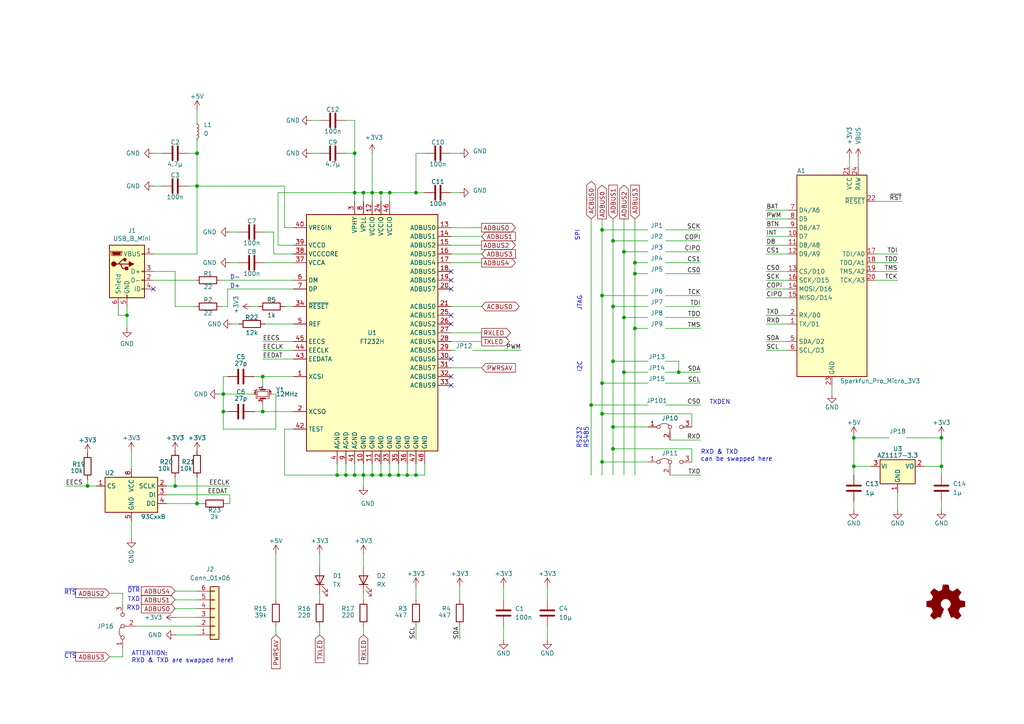
<source format=kicad_sch>
(kicad_sch (version 20231120) (generator "eeschema") (generator_version "8.0")
  (paper "A4")
  (title_block (title "UART") (date "2020-06-01") (rev "v1.1") (company "nerdyscout"))
  (junction (at 247.65 135.255))
  (junction (at 247.65 127))
  (junction (at 177.8 88.9))
  (junction (at 107.95 137.795))
  (junction (at 110.49 137.795))
  (junction (at 57.15 53.975))
  (junction (at 107.95 55.88))
  (junction (at 102.87 55.88))
  (junction (at 76.2 109.22))
  (junction (at 180.975 73.025))
  (junction (at 273.05 127))
  (junction (at 110.49 55.88))
  (junction (at 177.8 104.775))
  (junction (at 76.2 119.38))
  (junction (at 97.79 137.795))
  (junction (at 64.77 114.3))
  (junction (at 102.87 137.795))
  (junction (at 115.57 137.795))
  (junction (at 120.65 55.88))
  (junction (at 105.41 55.88))
  (junction (at 177.8 123.825))
  (junction (at 105.41 137.795))
  (junction (at 174.625 120.015))
  (junction (at 177.8 130.175))
  (junction (at 174.625 111.125))
  (junction (at 196.85 107.95))
  (junction (at 102.87 44.45))
  (junction (at 184.15 79.375))
  (junction (at 180.975 107.95))
  (junction (at 184.15 76.2))
  (junction (at 100.33 137.795))
  (junction (at 25.4 140.97))
  (junction (at 171.45 117.475))
  (junction (at 64.77 119.38))
  (junction (at 120.65 137.795))
  (junction (at 57.15 44.45))
  (junction (at 174.625 85.725))
  (junction (at 177.8 69.85))
  (junction (at 180.975 92.075))
  (junction (at 184.15 95.25))
  (junction (at 57.15 146.05))
  (junction (at 174.625 66.675))
  (junction (at 113.03 137.795))
  (junction (at 36.83 91.44))
  (junction (at 118.11 137.795))
  (junction (at 113.03 55.88))
  (junction (at 50.8 140.97))
  (junction (at 273.05 135.255))
  (junction (at 174.625 133.985))
  (no_connect (at 130.81 111.76))
  (no_connect (at 130.81 83.82))
  (no_connect (at 130.81 109.22))
  (no_connect (at 44.45 83.82))
  (no_connect (at 130.81 81.28))
  (no_connect (at 130.81 93.98))
  (no_connect (at 130.81 91.44))
  (no_connect (at 130.81 104.14))
  (no_connect (at 130.81 78.74))
  (wire (pts (xy 228.6 81.28) (xy 222.25 81.28)))
  (wire (pts (xy 105.41 137.795) (xy 105.41 134.62)))
  (wire (pts (xy 80.01 184.15) (xy 80.01 181.61)))
  (wire (pts (xy 193.04 107.95) (xy 196.85 107.95)))
  (wire (pts (xy 228.6 73.66) (xy 222.25 73.66)))
  (wire (pts (xy 174.625 63.5) (xy 174.625 66.675)))
  (wire (pts (xy 193.04 85.725) (xy 203.2 85.725)))
  (wire (pts (xy 63.5 114.3) (xy 64.77 114.3)))
  (wire (pts (xy 113.03 55.88) (xy 120.65 55.88)))
  (wire (pts (xy 82.55 137.795) (xy 97.79 137.795)))
  (wire (pts (xy 76.835 67.31) (xy 79.375 67.31)))
  (wire (pts (xy 174.625 66.675) (xy 174.625 85.725)))
  (wire (pts (xy 174.625 120.015) (xy 200.66 120.015)))
  (wire (pts (xy 118.11 134.62) (xy 118.11 137.795)))
  (wire (pts (xy 187.96 123.825) (xy 177.8 123.825)))
  (wire (pts (xy 92.71 34.925) (xy 90.17 34.925)))
  (wire (pts (xy 171.45 63.5) (xy 171.45 117.475)))
  (wire (pts (xy 57.15 176.53) (xy 50.8 176.53)))
  (wire (pts (xy 66.675 143.51) (xy 66.675 146.05)))
  (wire (pts (xy 57.15 44.45) (xy 57.15 53.975)))
  (wire (pts (xy 97.79 134.62) (xy 97.79 137.795)))
  (wire (pts (xy 34.29 88.9) (xy 34.29 91.44)))
  (wire (pts (xy 76.2 116.84) (xy 76.2 119.38)))
  (wire (pts (xy 193.04 69.85) (xy 203.2 69.85)))
  (wire (pts (xy 228.6 68.58) (xy 222.25 68.58)))
  (wire (pts (xy 222.25 63.5) (xy 228.6 63.5)))
  (wire (pts (xy 76.835 93.98) (xy 85.09 93.98)))
  (wire (pts (xy 203.2 107.95) (xy 196.85 107.95)))
  (wire (pts (xy 105.41 55.88) (xy 107.95 55.88)))
  (wire (pts (xy 85.09 101.6) (xy 76.2 101.6)))
  (wire (pts (xy 180.975 73.025) (xy 180.975 92.075)))
  (wire (pts (xy 203.2 117.475) (xy 193.04 117.475)))
  (wire (pts (xy 57.15 40.64) (xy 57.15 44.45)))
  (wire (pts (xy 66.04 88.9) (xy 66.04 83.82)))
  (wire (pts (xy 102.87 34.925) (xy 100.33 34.925)))
  (wire (pts (xy 146.05 181.61) (xy 146.05 185.674)))
  (wire (pts (xy 76.2 109.22) (xy 76.2 111.76)))
  (wire (pts (xy 174.625 111.125) (xy 174.625 120.015)))
  (wire (pts (xy 64.77 124.46) (xy 64.77 119.38)))
  (wire (pts (xy 203.2 127.635) (xy 194.31 127.635)))
  (wire (pts (xy 248.92 45.72) (xy 248.92 48.26)))
  (wire (pts (xy 57.15 146.05) (xy 58.42 146.05)))
  (wire (pts (xy 137.16 101.6) (xy 151.13 101.6)))
  (wire (pts (xy 254 58.42) (xy 261.62 58.42)))
  (wire (pts (xy 105.41 140.97) (xy 105.41 137.795)))
  (wire (pts (xy 247.65 137.795) (xy 247.65 135.255)))
  (wire (pts (xy 187.96 107.95) (xy 180.975 107.95)))
  (wire (pts (xy 193.04 104.775) (xy 196.85 104.775)))
  (wire (pts (xy 38.1 156.21) (xy 38.1 151.13)))
  (wire (pts (xy 76.835 76.2) (xy 85.09 76.2)))
  (wire (pts (xy 139.7 88.9) (xy 130.81 88.9)))
  (wire (pts (xy 76.2 119.38) (xy 85.09 119.38)))
  (wire (pts (xy 120.65 170.18) (xy 120.65 173.99)))
  (wire (pts (xy 44.45 44.45) (xy 46.99 44.45)))
  (wire (pts (xy 100.33 134.62) (xy 100.33 137.795)))
  (wire (pts (xy 273.05 135.255) (xy 273.05 127)))
  (wire (pts (xy 273.05 127) (xy 273.05 126.365)))
  (wire (pts (xy 110.49 55.88) (xy 107.95 55.88)))
  (wire (pts (xy 187.96 73.025) (xy 180.975 73.025)))
  (wire (pts (xy 48.26 140.97) (xy 50.8 140.97)))
  (wire (pts (xy 64.135 81.28) (xy 85.09 81.28)))
  (wire (pts (xy 254 73.66) (xy 260.35 73.66)))
  (wire (pts (xy 73.66 114.3) (xy 64.77 114.3)))
  (wire (pts (xy 203.2 137.795) (xy 194.31 137.795)))
  (wire (pts (xy 174.625 120.015) (xy 174.625 133.985)))
  (wire (pts (xy 180.975 92.075) (xy 180.975 107.95)))
  (wire (pts (xy 187.96 76.2) (xy 184.15 76.2)))
  (wire (pts (xy 64.77 114.3) (xy 64.77 119.38)))
  (wire (pts (xy 100.33 44.45) (xy 102.87 44.45)))
  (wire (pts (xy 139.7 76.2) (xy 130.81 76.2)))
  (wire (pts (xy 25.4 140.97) (xy 27.94 140.97)))
  (wire (pts (xy 113.03 55.88) (xy 110.49 55.88)))
  (wire (pts (xy 113.03 137.795) (xy 115.57 137.795)))
  (wire (pts (xy 80.01 114.3) (xy 80.01 124.46)))
  (wire (pts (xy 130.81 68.58) (xy 139.7 68.58)))
  (wire (pts (xy 139.7 71.12) (xy 130.81 71.12)))
  (wire (pts (xy 102.87 44.45) (xy 102.87 55.88)))
  (wire (pts (xy 50.8 88.9) (xy 50.8 78.74)))
  (wire (pts (xy 222.25 60.96) (xy 228.6 60.96)))
  (wire (pts (xy 187.96 69.85) (xy 177.8 69.85)))
  (wire (pts (xy 196.85 104.775) (xy 196.85 107.95)))
  (wire (pts (xy 105.41 58.42) (xy 105.41 55.88)))
  (wire (pts (xy 180.975 107.95) (xy 180.975 137.795)))
  (wire (pts (xy 273.05 137.795) (xy 273.05 135.255)))
  (wire (pts (xy 50.8 179.07) (xy 57.15 179.07)))
  (wire (pts (xy 73.66 109.22) (xy 76.2 109.22)))
  (wire (pts (xy 130.81 66.04) (xy 139.7 66.04)))
  (wire (pts (xy 200.66 133.985) (xy 200.66 130.175)))
  (wire (pts (xy 92.71 184.15) (xy 92.71 181.61)))
  (wire (pts (xy 187.96 88.9) (xy 177.8 88.9)))
  (wire (pts (xy 228.6 101.6) (xy 222.25 101.6)))
  (wire (pts (xy 260.35 76.2) (xy 254 76.2)))
  (wire (pts (xy 102.87 44.45) (xy 102.87 34.925)))
  (wire (pts (xy 123.19 137.795) (xy 123.19 134.62)))
  (wire (pts (xy 85.09 73.66) (xy 79.375 73.66)))
  (wire (pts (xy 177.8 130.175) (xy 200.66 130.175)))
  (wire (pts (xy 187.96 111.125) (xy 174.625 111.125)))
  (wire (pts (xy 57.15 35.56) (xy 57.15 31.75)))
  (wire (pts (xy 222.25 83.82) (xy 228.6 83.82)))
  (wire (pts (xy 254 78.74) (xy 260.35 78.74)))
  (wire (pts (xy 78.74 114.3) (xy 80.01 114.3)))
  (wire (pts (xy 92.71 173.99) (xy 92.71 172.085)))
  (wire (pts (xy 260.35 81.28) (xy 254 81.28)))
  (wire (pts (xy 82.55 53.975) (xy 57.15 53.975)))
  (wire (pts (xy 115.57 134.62) (xy 115.57 137.795)))
  (wire (pts (xy 187.96 95.25) (xy 184.15 95.25)))
  (wire (pts (xy 120.65 55.88) (xy 123.19 55.88)))
  (wire (pts (xy 187.96 66.675) (xy 174.625 66.675)))
  (wire (pts (xy 158.75 170.18) (xy 158.75 173.99)))
  (wire (pts (xy 44.45 73.66) (xy 57.15 73.66)))
  (wire (pts (xy 80.645 55.88) (xy 102.87 55.88)))
  (wire (pts (xy 85.09 66.04) (xy 82.55 66.04)))
  (wire (pts (xy 203.2 111.125) (xy 193.04 111.125)))
  (wire (pts (xy 107.95 44.45) (xy 107.95 55.88)))
  (wire (pts (xy 203.2 66.675) (xy 193.04 66.675)))
  (wire (pts (xy 260.35 147.955) (xy 260.35 142.875)))
  (wire (pts (xy 113.03 58.42) (xy 113.03 55.88)))
  (wire (pts (xy 57.15 184.15) (xy 50.8 184.15)))
  (wire (pts (xy 64.77 114.3) (xy 64.77 109.22)))
  (wire (pts (xy 171.45 117.475) (xy 171.45 137.795)))
  (wire (pts (xy 193.04 76.2) (xy 203.2 76.2)))
  (wire (pts (xy 80.01 124.46) (xy 64.77 124.46)))
  (wire (pts (xy 187.96 117.475) (xy 171.45 117.475)))
  (wire (pts (xy 79.375 73.66) (xy 79.375 67.31)))
  (wire (pts (xy 120.65 181.61) (xy 120.65 185.42)))
  (wire (pts (xy 139.7 99.06) (xy 130.81 99.06)))
  (wire (pts (xy 177.8 123.825) (xy 177.8 130.175)))
  (wire (pts (xy 187.96 85.725) (xy 174.625 85.725)))
  (wire (pts (xy 110.49 58.42) (xy 110.49 55.88)))
  (wire (pts (xy 100.33 137.795) (xy 102.87 137.795)))
  (wire (pts (xy 57.15 53.975) (xy 54.61 53.975)))
  (wire (pts (xy 39.37 181.61) (xy 57.15 181.61)))
  (wire (pts (xy 228.6 91.44) (xy 222.25 91.44)))
  (wire (pts (xy 130.81 55.88) (xy 133.35 55.88)))
  (wire (pts (xy 50.8 78.74) (xy 44.45 78.74)))
  (wire (pts (xy 102.87 58.42) (xy 102.87 55.88)))
  (wire (pts (xy 66.675 146.05) (xy 66.04 146.05)))
  (wire (pts (xy 203.2 73.025) (xy 193.04 73.025)))
  (wire (pts (xy 187.96 133.985) (xy 174.625 133.985)))
  (wire (pts (xy 48.26 146.05) (xy 57.15 146.05)))
  (wire (pts (xy 85.09 71.12) (xy 80.645 71.12)))
  (wire (pts (xy 102.87 137.795) (xy 105.41 137.795)))
  (wire (pts (xy 57.15 53.975) (xy 57.15 73.66)))
  (wire (pts (xy 73.025 88.9) (xy 74.93 88.9)))
  (wire (pts (xy 105.41 164.465) (xy 105.41 160.655)))
  (wire (pts (xy 184.15 79.375) (xy 184.15 95.25)))
  (wire (pts (xy 44.45 81.28) (xy 56.515 81.28)))
  (wire (pts (xy 76.2 109.22) (xy 85.09 109.22)))
  (wire (pts (xy 123.19 44.45) (xy 120.65 44.45)))
  (wire (pts (xy 105.41 137.795) (xy 107.95 137.795)))
  (wire (pts (xy 174.625 133.985) (xy 174.625 137.795)))
  (wire (pts (xy 200.66 123.825) (xy 200.66 120.015)))
  (wire (pts (xy 107.95 134.62) (xy 107.95 137.795)))
  (wire (pts (xy 19.05 140.97) (xy 25.4 140.97)))
  (wire (pts (xy 130.81 96.52) (xy 139.7 96.52)))
  (wire (pts (xy 177.8 104.775) (xy 187.96 104.775)))
  (wire (pts (xy 222.25 99.06) (xy 228.6 99.06)))
  (wire (pts (xy 273.05 147.955) (xy 273.05 145.415)))
  (wire (pts (xy 177.8 69.85) (xy 177.8 88.9)))
  (wire (pts (xy 180.975 92.075) (xy 187.96 92.075)))
  (wire (pts (xy 36.83 88.9) (xy 36.83 91.44)))
  (wire (pts (xy 120.65 134.62) (xy 120.65 137.795)))
  (wire (pts (xy 57.15 138.43) (xy 57.15 146.05)))
  (wire (pts (xy 64.77 119.38) (xy 66.04 119.38)))
  (wire (pts (xy 97.79 137.795) (xy 100.33 137.795)))
  (wire (pts (xy 44.45 53.975) (xy 46.99 53.975)))
  (wire (pts (xy 110.49 137.795) (xy 113.03 137.795)))
  (wire (pts (xy 187.96 79.375) (xy 184.15 79.375)))
  (wire (pts (xy 132.08 101.6) (xy 130.81 101.6)))
  (wire (pts (xy 174.625 85.725) (xy 174.625 111.125)))
  (wire (pts (xy 241.3 114.3) (xy 241.3 111.76)))
  (wire (pts (xy 67.31 93.98) (xy 69.215 93.98)))
  (wire (pts (xy 222.25 93.98) (xy 228.6 93.98)))
  (wire (pts (xy 177.8 88.9) (xy 177.8 104.775)))
  (wire (pts (xy 80.01 160.655) (xy 80.01 173.99)))
  (wire (pts (xy 107.95 137.795) (xy 110.49 137.795)))
  (wire (pts (xy 247.65 147.955) (xy 247.65 145.415)))
  (wire (pts (xy 133.35 44.45) (xy 130.81 44.45)))
  (wire (pts (xy 50.8 140.97) (xy 66.675 140.97)))
  (wire (pts (xy 177.8 104.775) (xy 177.8 123.825)))
  (wire (pts (xy 228.6 66.04) (xy 222.25 66.04)))
  (wire (pts (xy 66.675 76.2) (xy 69.215 76.2)))
  (wire (pts (xy 118.11 137.795) (xy 120.65 137.795)))
  (wire (pts (xy 267.97 135.255) (xy 273.05 135.255)))
  (wire (pts (xy 158.75 181.61) (xy 158.75 185.674)))
  (wire (pts (xy 203.2 79.375) (xy 193.04 79.375)))
  (wire (pts (xy 31.75 190.5) (xy 35.56 190.5)))
  (wire (pts (xy 38.1 135.89) (xy 38.1 130.81)))
  (wire (pts (xy 66.675 67.31) (xy 69.215 67.31)))
  (wire (pts (xy 105.41 173.99) (xy 105.41 172.085)))
  (wire (pts (xy 203.2 88.9) (xy 193.04 88.9)))
  (wire (pts (xy 115.57 137.795) (xy 118.11 137.795)))
  (wire (pts (xy 73.66 119.38) (xy 76.2 119.38)))
  (wire (pts (xy 35.56 175.26) (xy 35.56 172.085)))
  (wire (pts (xy 92.71 164.465) (xy 92.71 160.655)))
  (wire (pts (xy 193.04 92.075) (xy 203.2 92.075)))
  (wire (pts (xy 82.55 66.04) (xy 82.55 53.975)))
  (wire (pts (xy 82.55 137.795) (xy 82.55 124.46)))
  (wire (pts (xy 35.56 187.96) (xy 35.56 190.5)))
  (wire (pts (xy 50.8 173.99) (xy 57.15 173.99)))
  (wire (pts (xy 252.73 135.255) (xy 247.65 135.255)))
  (wire (pts (xy 139.7 106.68) (xy 130.81 106.68)))
  (wire (pts (xy 64.77 109.22) (xy 66.04 109.22)))
  (wire (pts (xy 85.09 99.06) (xy 76.2 99.06)))
  (wire (pts (xy 222.25 71.12) (xy 228.6 71.12)))
  (wire (pts (xy 50.8 88.9) (xy 56.515 88.9)))
  (wire (pts (xy 110.49 134.62) (xy 110.49 137.795)))
  (wire (pts (xy 102.87 134.62) (xy 102.87 137.795)))
  (wire (pts (xy 247.65 127) (xy 247.65 126.365)))
  (wire (pts (xy 120.65 44.45) (xy 120.65 55.88)))
  (wire (pts (xy 36.83 91.44) (xy 36.83 95.25)))
  (wire (pts (xy 228.6 86.36) (xy 222.25 86.36)))
  (wire (pts (xy 203.2 95.25) (xy 193.04 95.25)))
  (wire (pts (xy 247.65 135.255) (xy 247.65 127)))
  (wire (pts (xy 184.15 63.5) (xy 184.15 76.2)))
  (wire (pts (xy 246.38 48.26) (xy 246.38 45.72)))
  (wire (pts (xy 34.29 91.44) (xy 36.83 91.44)))
  (wire (pts (xy 85.09 88.9) (xy 82.55 88.9)))
  (wire (pts (xy 92.71 44.45) (xy 90.17 44.45)))
  (wire (pts (xy 180.975 63.5) (xy 180.975 73.025)))
  (wire (pts (xy 120.65 137.795) (xy 123.19 137.795)))
  (wire (pts (xy 107.95 55.88) (xy 107.95 58.42)))
  (wire (pts (xy 146.05 170.18) (xy 146.05 173.99)))
  (wire (pts (xy 66.04 83.82) (xy 85.09 83.82)))
  (wire (pts (xy 80.645 71.12) (xy 80.645 55.88)))
  (wire (pts (xy 184.15 76.2) (xy 184.15 79.375)))
  (wire (pts (xy 54.61 44.45) (xy 57.15 44.45)))
  (wire (pts (xy 48.26 143.51) (xy 66.675 143.51)))
  (wire (pts (xy 257.81 127) (xy 247.65 127)))
  (wire (pts (xy 184.15 95.25) (xy 184.15 137.795)))
  (wire (pts (xy 50.8 138.43) (xy 50.8 140.97)))
  (wire (pts (xy 57.15 171.45) (xy 50.8 171.45)))
  (wire (pts (xy 222.25 78.74) (xy 228.6 78.74)))
  (wire (pts (xy 105.41 184.15) (xy 105.41 181.61)))
  (wire (pts (xy 133.35 181.61) (xy 133.35 185.42)))
  (wire (pts (xy 133.35 170.18) (xy 133.35 173.99)))
  (wire (pts (xy 82.55 124.46) (xy 85.09 124.46)))
  (wire (pts (xy 177.8 63.5) (xy 177.8 69.85)))
  (wire (pts (xy 64.135 88.9) (xy 66.04 88.9)))
  (wire (pts (xy 25.4 139.065) (xy 25.4 140.97)))
  (wire (pts (xy 130.81 73.66) (xy 139.7 73.66)))
  (wire (pts (xy 262.89 127) (xy 273.05 127)))
  (wire (pts (xy 85.09 104.14) (xy 76.2 104.14)))
  (wire (pts (xy 102.87 55.88) (xy 105.41 55.88)))
  (wire (pts (xy 177.8 130.175) (xy 177.8 137.795)))
  (wire (pts (xy 113.03 134.62) (xy 113.03 137.795)))
  (wire (pts (xy 35.56 172.085) (xy 31.75 172.085)))
  (text "RS232\nRS485" (at 170.815 123.825 90) (effects (font (size 1.27 1.27)) (justify right bottom)))
  (text "TXDEN" (at 205.74 117.475 0) (effects (font (size 1.27 1.27)) (justify left bottom)))
  (text "~{CTS}" (at 22.225 191.135 0) (effects (font (size 1.27 1.27)) (justify right bottom)))
  (text "JTAG" (at 168.91 85.725 90) (effects (font (size 1.27 1.27)) (justify right bottom)))
  (text "TXD" (at 40.64 174.625 0) (effects (font (size 1.27 1.27)) (justify right bottom)))
  (text "RXD" (at 40.64 177.165 0) (effects (font (size 1.27 1.27)) (justify right bottom)))
  (text "RXD & TXD\ncan be swapped here" (at 203.2 133.985 0) (effects (font (size 1.27 1.27)) (justify left bottom)))
  (text "ATTENTION:\nRXD & TXD are swapped here!" (at 38.1 192.405 0) (effects (font (size 1.27 1.27)) (justify left bottom)))
  (text "~{RTS}" (at 22.225 172.72 0) (effects (font (size 1.27 1.27)) (justify right bottom)))
  (text "D+" (at 66.675 83.82 0) (effects (font (size 1.27 1.27)) (justify left bottom)))
  (text "~{DTR}" (at 40.64 172.085 0) (effects (font (size 1.27 1.27)) (justify right bottom)))
  (text "SPI" (at 168.275 66.675 90) (effects (font (size 1.27 1.27)) (justify right bottom)))
  (text "I2C" (at 168.91 104.775 90) (effects (font (size 1.27 1.27)) (justify right bottom)))
  (text "D-" (at 66.675 81.28 0) (effects (font (size 1.27 1.27)) (justify left bottom)))
  (label "RXD" (at 203.2 127.635 180))
  (label "SDA" (at 222.25 99.06 0))
  (label "CS0" (at 203.2 79.375 180))
  (label "CS1" (at 203.2 76.2 180))
  (label "COPI" (at 203.2 69.85 180))
  (label "SDA" (at 133.35 185.42 90))
  (label "SCK" (at 203.2 66.675 180))
  (label "TDO" (at 260.35 76.2 180))
  (label "TCK" (at 260.35 81.28 180))
  (label "~{RST}" (at 261.62 58.42 180))
  (label "INT" (at 222.25 68.58 0))
  (label "RXD" (at 222.25 93.98 0))
  (label "PWM" (at 151.13 101.6 180))
  (label "EECS" (at 19.05 140.97 0))
  (label "TDI" (at 260.35 73.66 180))
  (label "CIPO" (at 222.25 86.36 0))
  (label "SCK" (at 222.25 81.28 0))
  (label "TMS" (at 260.35 78.74 180))
  (label "BAT" (at 222.25 60.96 0))
  (label "TCK" (at 203.2 85.725 180))
  (label "TDI" (at 203.2 88.9 180))
  (label "EEDAT" (at 66.04 143.51 180))
  (label "EECLK" (at 76.2 101.6 0))
  (label "EECS" (at 76.2 99.06 0))
  (label "SCL" (at 203.2 111.125 180))
  (label "BTN" (at 222.25 66.04 0))
  (label "SCL" (at 120.65 185.42 90))
  (label "CS0" (at 222.25 78.74 0))
  (label "CIPO" (at 203.2 73.025 180))
  (label "COPI" (at 222.25 83.82 0))
  (label "SDA" (at 203.2 107.95 180))
  (label "SCL" (at 222.25 101.6 0))
  (label "D8" (at 222.25 71.12 0))
  (label "TXD" (at 222.25 91.44 0))
  (label "TDO" (at 203.2 92.075 180))
  (label "EEDAT" (at 76.2 104.14 0))
  (label "EECLK" (at 66.675 140.97 180))
  (label "PWM" (at 222.25 63.5 0))
  (label "TMS" (at 203.2 95.25 180))
  (label "CS1" (at 222.25 73.66 0))
  (label "TXD" (at 203.2 137.795 180))
  (label "CS0" (at 203.2 117.475 180))
  (global_label "ADBUS1" (shape input) (at 139.7 68.58 0) (property "Intersheetrefs" "${INTERSHEET_REFS}" (effects (hide yes))))
  (global_label "RXLED" (shape input) (at 105.41 184.15 270) (property "Intersheetrefs" "${INTERSHEET_REFS}" (effects (hide yes))))
  (global_label "ADBUS2" (shape output) (at 139.7 71.12 0) (property "Intersheetrefs" "${INTERSHEET_REFS}" (effects (hide yes))))
  (global_label "TXLED" (shape input) (at 92.71 184.15 270) (property "Intersheetrefs" "${INTERSHEET_REFS}" (effects (hide yes))))
  (global_label "ADBUS2" (shape input) (at 31.75 172.085 180) (property "Intersheetrefs" "${INTERSHEET_REFS}" (effects (hide yes))))
  (global_label "ACBUS0" (shape bidirectional) (at 139.7 88.9 0) (property "Intersheetrefs" "${INTERSHEET_REFS}" (effects (hide yes))))
  (global_label "ACBUS0" (shape bidirectional) (at 171.45 63.5 90) (property "Intersheetrefs" "${INTERSHEET_REFS}" (effects (hide yes))))
  (global_label "ADBUS3" (shape input) (at 31.75 190.5 180) (property "Intersheetrefs" "${INTERSHEET_REFS}" (effects (hide yes))))
  (global_label "ADBUS0" (shape output) (at 139.7 66.04 0) (property "Intersheetrefs" "${INTERSHEET_REFS}" (effects (hide yes))))
  (global_label "ADBUS3" (shape input) (at 184.15 63.5 90) (property "Intersheetrefs" "${INTERSHEET_REFS}" (effects (hide yes))))
  (global_label "ADBUS4" (shape output) (at 139.7 76.2 0) (property "Intersheetrefs" "${INTERSHEET_REFS}" (effects (hide yes))))
  (global_label "TXLED" (shape output) (at 139.7 99.06 0) (property "Intersheetrefs" "${INTERSHEET_REFS}" (effects (hide yes))))
  (global_label "ADBUS3" (shape input) (at 139.7 73.66 0) (property "Intersheetrefs" "${INTERSHEET_REFS}" (effects (hide yes))))
  (global_label "ADBUS4" (shape input) (at 50.8 171.45 180) (property "Intersheetrefs" "${INTERSHEET_REFS}" (effects (hide yes))))
  (global_label "ADBUS0" (shape output) (at 174.625 63.5 90) (property "Intersheetrefs" "${INTERSHEET_REFS}" (effects (hide yes))))
  (global_label "ADBUS2" (shape output) (at 180.975 63.5 90) (property "Intersheetrefs" "${INTERSHEET_REFS}" (effects (hide yes))))
  (global_label "ADBUS0" (shape input) (at 50.8 176.53 180) (property "Intersheetrefs" "${INTERSHEET_REFS}" (effects (hide yes))))
  (global_label "ADBUS1" (shape input) (at 177.8 63.5 90) (property "Intersheetrefs" "${INTERSHEET_REFS}" (effects (hide yes))))
  (global_label "PWRSAV" (shape input) (at 80.01 184.15 270) (property "Intersheetrefs" "${INTERSHEET_REFS}" (effects (hide yes))))
  (global_label "RXLED" (shape output) (at 139.7 96.52 0) (property "Intersheetrefs" "${INTERSHEET_REFS}" (effects (hide yes))))
  (global_label "PWRSAV" (shape input) (at 139.7 106.68 0) (property "Intersheetrefs" "${INTERSHEET_REFS}" (effects (hide yes))))
  (global_label "ADBUS1" (shape input) (at 50.8 173.99 180) (property "Intersheetrefs" "${INTERSHEET_REFS}" (effects (hide yes))))
  (symbol (lib_id "power:+3V3") (at 146.05 170.18 0) (unit 1)
    (property "Reference" "#PWR0103" (effects (hide yes)))
    (property "Value" "+3V3" (at 146.05 166.37 0))
  )
  (symbol (lib_id "Device:C") (at 146.05 177.8 0) (unit 1)
    (property "Reference" "C1" (at 149.352 176.53 0) (effects (justify left)))
    (property "Value" "100n" (at 149.352 179.07 0) (effects (justify left)))
    (property "Footprint" "Capacitor_SMD:C_0402_1005Metric" (effects (hide yes)))
    (property "LCSC#" "C1525" (effects (hide yes)))
    (property "MPN" "CL05B104KO5NNNC" (effects (hide yes)))
  )
  (symbol (lib_id "power:GND") (at 146.05 185.674 0) (unit 1)
    (property "Reference" "#PWR0104" (effects (hide yes)))
    (property "Value" "GND" (at 146.05 189.484 0))
  )
  (symbol (lib_id "Device:C") (at 158.75 177.8 0) (unit 1)
    (property "Reference" "C4" (at 162.052 176.53 0) (effects (justify left)))
    (property "Value" "10µ" (at 162.052 179.07 0) (effects (justify left)))
    (property "Footprint" "Capacitor_SMD:C_0603_1608Metric" (effects (hide yes)))
    (property "LCSC#" "C15525" (effects (hide yes)))
    (property "MPN" "CL10A106KP8NNNC" (effects (hide yes)))
  )
  (symbol (lib_id "power:GND") (at 158.75 185.674 0) (unit 1)
    (property "Reference" "#PWR0109" (effects (hide yes)))
    (property "Value" "GND" (at 158.75 189.484 0))
  )
  (symbol (lib_id "power:+3V3") (at 158.75 170.18 0) (unit 1)
    (property "Reference" "#PWR0110" (effects (hide yes)))
    (property "Value" "+3V3" (at 158.75 166.37 0))
  )
  (symbol (lib_id "Device:R") (at 133.35 177.8 180) (unit 1)
    (property "Reference" "R4" (at 130.81 176.53 0) (effects (justify left)))
    (property "Value" "4k7" (at 130.81 178.435 0) (effects (justify left)))
    (property "Footprint" "Resistor_SMD:R_0402_1005Metric" (effects (hide yes)))
    (property "LCSC#" "C25900" (effects (hide yes)))
    (property "MPN" "0402WGF4701TCE" (effects (hide yes)))
  )
  (symbol (lib_id "power:+3V3") (at 133.35 170.18 0) (unit 1)
    (property "Reference" "#PWR0111" (effects (hide yes)))
    (property "Value" "+3V3" (at 133.35 166.37 0))
  )
  (symbol (lib_id "power:+3V3") (at 120.65 170.18 0) (unit 1)
    (property "Reference" "#PWR0112" (effects (hide yes)))
    (property "Value" "+3V3" (at 120.65 166.37 0))
  )
  (symbol (lib_id "Device:R") (at 120.65 177.8 180) (unit 1)
    (property "Reference" "R3" (at 118.11 176.53 0) (effects (justify left)))
    (property "Value" "4k7" (at 118.11 178.435 0) (effects (justify left)))
    (property "Footprint" "Resistor_SMD:R_0402_1005Metric" (effects (hide yes)))
    (property "LCSC#" "C25900" (effects (hide yes)))
    (property "MPN" "0402WGF4701TCE" (effects (hide yes)))
  )
  (symbol (lib_id "Graphic:Logo_Open_Hardware_Small") (at 274.32 175.26 0) (unit 1)
    (property "Reference" "LOGO1" (effects (hide yes)))
    (property "Value" "Logo_Open_Hardware_Small" (effects (hide yes)))
    (property "Footprint" "Symbol:OSHW-Symbol_6.7x6mm_SilkScreen" (effects (hide yes)))
  )
  (symbol (lib_id "Interface_USB:FT232H") (at 107.95 96.52 0) (unit 1)
    (property "Reference" "U1" (at 107.95 96.52 0))
    (property "Value" "FT232H" (at 107.95 99.06 0))
    (property "Footprint" "Package_QFP:LQFP-48_7x7mm_P0.5mm" (effects (hide yes)))
    (property "Datasheet" "https://www.ftdichip.com/Support/Documents/DataSheets/ICs/DS_FT232H.pdf" (effects (hide yes)))
    (property "LCSC#" "C51997" (effects (hide yes)))
    (property "MPN" "FT232HL" (effects (hide yes)))
  )
  (symbol (lib_id "power:GND") (at 105.41 140.97 0) (unit 1)
    (property "Reference" "#PWR01" (effects (hide yes)))
    (property "Value" "GND" (at 106.68 146.05 0))
  )
  (symbol (lib_id "power:GND") (at 36.83 95.25 0) (unit 1)
    (property "Reference" "#PWR0105" (effects (hide yes)))
    (property "Value" "GND" (at 36.83 99.695 0))
  )
  (symbol (lib_id "Device:R") (at 60.325 81.28 270) (unit 1)
    (property "Reference" "R1" (at 60.325 79.375 90))
    (property "Value" "22" (at 60.325 83.185 90))
    (property "Footprint" "Resistor_SMD:R_0402_1005Metric" (effects (hide yes)))
    (property "LCSC#" "C25092" (effects (hide yes)))
    (property "MPN" "0402WGF220JTCE" (effects (hide yes)))
  )
  (symbol (lib_id "Device:R") (at 60.325 88.9 270) (unit 1)
    (property "Reference" "R2" (at 60.325 86.995 90))
    (property "Value" "22" (at 60.325 90.805 90))
    (property "Footprint" "Resistor_SMD:R_0402_1005Metric" (effects (hide yes)))
    (property "LCSC#" "C25092" (effects (hide yes)))
    (property "MPN" "0402WGF220JTCE" (effects (hide yes)))
  )
  (symbol (lib_id "Memory_EEPROM:93CxxB") (at 38.1 143.51 0) (unit 1)
    (property "Reference" "U2" (at 31.75 137.16 0))
    (property "Value" "93CxxB" (at 44.45 149.86 0))
    (property "Footprint" "Package_SO:MSOP-8_3x3mm_P0.65mm" (effects (hide yes)))
    (property "Datasheet" "http://ww1.microchip.com/downloads/en/DeviceDoc/20001749K.pdf" (effects (hide yes)))
  )
  (symbol (lib_id "power:+3V3") (at 105.41 160.655 0) (unit 1)
    (property "Reference" "#PWR0106" (effects (hide yes)))
    (property "Value" "+3V3" (at 105.41 156.845 0))
  )
  (symbol (lib_id "Device:LED") (at 105.41 168.275 90) (unit 1)
    (property "Reference" "D2" (at 109.22 167.005 90) (effects (justify right)))
    (property "Value" "RX" (at 109.22 169.545 90) (effects (justify right)))
    (property "Footprint" "LED_SMD:LED_0603_1608Metric" (effects (hide yes)))
    (property "LCSC#" "C72043" (effects (hide yes)))
    (property "MPN" "19-217/GHC-YR1S2/3T" (effects (hide yes)))
  )
  (symbol (lib_id "Device:R") (at 105.41 177.8 180) (unit 1)
    (property "Reference" "R17" (at 102.87 176.53 0) (effects (justify left)))
    (property "Value" "220" (at 102.87 178.435 0) (effects (justify left)))
    (property "Footprint" "Resistor_SMD:R_0603_1608Metric" (effects (hide yes)))
    (property "LCSC#" "C22962" (effects (hide yes)))
    (property "MPN" "0603WAF2200T5E" (effects (hide yes)))
  )
  (symbol (lib_id "power:+3V3") (at 92.71 160.655 0) (unit 1)
    (property "Reference" "#PWR0108" (effects (hide yes)))
    (property "Value" "+3V3" (at 92.71 156.845 0))
  )
  (symbol (lib_id "Device:LED") (at 92.71 168.275 90) (unit 1)
    (property "Reference" "D1" (at 96.52 167.005 90) (effects (justify right)))
    (property "Value" "TX" (at 96.52 169.545 90) (effects (justify right)))
    (property "Footprint" "LED_SMD:LED_0603_1608Metric" (effects (hide yes)))
    (property "LCSC#" "C72043" (effects (hide yes)))
    (property "MPN" "19-217/GHC-YR1S2/3T" (effects (hide yes)))
  )
  (symbol (lib_id "Device:R") (at 92.71 177.8 180) (unit 1)
    (property "Reference" "R16" (at 90.17 176.53 0) (effects (justify left)))
    (property "Value" "220" (at 90.17 178.435 0) (effects (justify left)))
    (property "Footprint" "Resistor_SMD:R_0603_1608Metric" (effects (hide yes)))
    (property "LCSC#" "C22962" (effects (hide yes)))
    (property "MPN" "0603WAF2200T5E" (effects (hide yes)))
  )
  (symbol (lib_id "power:+3V3") (at 107.95 44.45 0) (unit 1)
    (property "Reference" "#PWR0113" (effects (hide yes)))
    (property "Value" "+3V3" (at 108.458 39.878 0))
  )
  (symbol (lib_id "Connector_Generic:Conn_01x06") (at 62.23 179.07 0) (mirror x) (unit 1)
    (property "Reference" "J2" (at 60.96 165.1 0))
    (property "Value" "Conn_01x06" (at 60.96 167.64 0))
    (property "Footprint" "Connector_PinHeader_2.54mm:PinHeader_1x06_P2.54mm_Horizontal" (effects (hide yes)))
  )
  (symbol (lib_id "Device:C") (at 73.025 67.31 270) (unit 1)
    (property "Reference" "C7" (at 73.025 64.135 90))
    (property "Value" "100n" (at 73.025 70.485 90))
    (property "Footprint" "Capacitor_SMD:C_0402_1005Metric" (effects (hide yes)))
    (property "LCSC#" "C1525" (effects (hide yes)))
    (property "MPN" "CL05B104KO5NNNC" (effects (hide yes)))
  )
  (symbol (lib_id "power:GND") (at 66.675 67.31 270) (unit 1)
    (property "Reference" "#PWR0114" (effects (hide yes)))
    (property "Value" "GND" (at 62.865 67.31 90) (effects (justify right)))
  )
  (symbol (lib_id "power:GND") (at 50.8 184.15 270) (unit 1)
    (property "Reference" "#PWR0130" (effects (hide yes)))
    (property "Value" "GND" (at 46.99 184.15 90) (effects (justify right)))
  )
  (symbol (lib_id "power:+3V3") (at 50.8 179.07 90) (unit 1)
    (property "Reference" "#PWR0131" (effects (hide yes)))
    (property "Value" "+3V3" (at 44.45 179.07 90))
  )
  (symbol (lib_id "power:GND") (at 241.3 114.3 0) (unit 1)
    (property "Reference" "#PWR017" (effects (hide yes)))
    (property "Value" "GND" (at 241.3 118.11 0))
  )
  (symbol (lib_id "Device:C") (at 73.025 76.2 270) (unit 1)
    (property "Reference" "C8" (at 73.025 73.025 90))
    (property "Value" "100n" (at 73.025 79.375 90))
    (property "Footprint" "Capacitor_SMD:C_0402_1005Metric" (effects (hide yes)))
    (property "LCSC#" "C1525" (effects (hide yes)))
    (property "MPN" "CL05B104KO5NNNC" (effects (hide yes)))
  )
  (symbol (lib_id "power:GND") (at 66.675 76.2 270) (unit 1)
    (property "Reference" "#PWR0115" (effects (hide yes)))
    (property "Value" "GND" (at 62.865 76.2 90) (effects (justify right)))
  )
  (symbol (lib_id "Device:C") (at 127 55.88 270) (unit 1)
    (property "Reference" "C11" (at 127 52.705 90))
    (property "Value" "100n" (at 127 59.055 90))
    (property "Footprint" "Capacitor_SMD:C_0402_1005Metric" (effects (hide yes)))
    (property "LCSC#" "C1525" (effects (hide yes)))
    (property "MPN" "CL05B104KO5NNNC" (effects (hide yes)))
  )
  (symbol (lib_id "power:GND") (at 133.35 55.88 90) (unit 1)
    (property "Reference" "#PWR0116" (effects (hide yes)))
    (property "Value" "GND" (at 137.16 55.245 90) (effects (justify right)))
  )
  (symbol (lib_id "Device:C") (at 127 44.45 270) (unit 1)
    (property "Reference" "C10" (at 127 41.275 90))
    (property "Value" "100n" (at 127 47.625 90))
    (property "Footprint" "Capacitor_SMD:C_0402_1005Metric" (effects (hide yes)))
    (property "LCSC#" "C1525" (effects (hide yes)))
    (property "MPN" "CL05B104KO5NNNC" (effects (hide yes)))
  )
  (symbol (lib_id "power:GND") (at 133.35 44.45 90) (unit 1)
    (property "Reference" "#PWR0117" (effects (hide yes)))
    (property "Value" "GND" (at 137.16 43.815 90) (effects (justify right)))
  )
  (symbol (lib_id "Device:C") (at 96.52 44.45 270) (unit 1)
    (property "Reference" "C9" (at 96.52 41.275 90))
    (property "Value" "4.7µ" (at 96.52 47.625 90))
    (property "Footprint" "Resistor_SMD:R_0603_1608Metric" (effects (hide yes)))
    (property "LCSC#" "C19666" (effects (hide yes)))
    (property "MPN" "CL10A475KO8NNNC" (effects (hide yes)))
  )
  (symbol (lib_id "power:GND") (at 90.17 44.45 270) (unit 1)
    (property "Reference" "#PWR0118" (effects (hide yes)))
    (property "Value" "GND" (at 86.995 44.45 90) (effects (justify right)))
  )
  (symbol (lib_id "Device:C") (at 50.8 44.45 270) (unit 1)
    (property "Reference" "C2" (at 50.8 41.275 90))
    (property "Value" "4.7µ" (at 50.8 47.625 90))
    (property "Footprint" "Capacitor_SMD:C_0402_1005Metric" (effects (hide yes)))
    (property "LCSC#" "C23733" (effects (hide yes)))
    (property "MPN" "CL05A475MP5NRNC" (effects (hide yes)))
  )
  (symbol (lib_id "power:GND") (at 44.45 44.45 270) (unit 1)
    (property "Reference" "#PWR0119" (effects (hide yes)))
    (property "Value" "GND" (at 40.64 44.45 90) (effects (justify right)))
  )
  (symbol (lib_id "Device:C") (at 50.8 53.975 270) (unit 1)
    (property "Reference" "C3" (at 50.8 50.8 90))
    (property "Value" "100n" (at 50.8 57.15 90))
    (property "Footprint" "Capacitor_SMD:C_0402_1005Metric" (effects (hide yes)))
    (property "LCSC#" "C1525" (effects (hide yes)))
    (property "MPN" "CL05B104KO5NNNC" (effects (hide yes)))
  )
  (symbol (lib_id "power:GND") (at 44.45 53.975 270) (unit 1)
    (property "Reference" "#PWR0120" (effects (hide yes)))
    (property "Value" "GND" (at 40.64 53.975 90) (effects (justify right)))
  )
  (symbol (lib_id "Device:C") (at 69.85 109.22 270) (unit 1)
    (property "Reference" "C5" (at 69.85 103.505 90))
    (property "Value" "27p" (at 69.85 105.41 90))
    (property "Footprint" "Capacitor_SMD:C_0402_1005Metric" (effects (hide yes)))
    (property "LCSC#" "C19702" (effects (hide yes)))
    (property "MPN" "0402CG270J500NTN" (effects (hide yes)))
  )
  (symbol (lib_id "Device:C") (at 69.85 119.38 270) (unit 1)
    (property "Reference" "C6" (at 69.85 113.665 90))
    (property "Value" "27p" (at 69.85 115.57 90))
    (property "Footprint" "Capacitor_SMD:C_0402_1005Metric" (effects (hide yes)))
    (property "LCSC#" "C19702" (effects (hide yes)))
    (property "MPN" "0402CG270J500NTN" (effects (hide yes)))
  )
  (symbol (lib_id "power:GND") (at 63.5 114.3 270) (unit 1)
    (property "Reference" "#PWR0121" (effects (hide yes)))
    (property "Value" "GND" (at 60.325 114.3 90) (effects (justify right)))
  )
  (symbol (lib_id "power:+5V") (at 57.15 31.75 0) (unit 1)
    (property "Reference" "#PWR0122" (effects (hide yes)))
    (property "Value" "+5V" (at 57.15 27.94 0))
  )
  (symbol (lib_id "Device:L_Small") (at 57.15 38.1 0) (unit 1)
    (property "Reference" "L1" (at 59.055 36.195 0) (effects (justify left)))
    (property "Value" "0" (at 59.055 38.735 0) (effects (justify left)))
    (property "Footprint" "Inductor_SMD:L_0603_1608Metric" (effects (hide yes)))
  )
  (symbol (lib_id "Device:R") (at 80.01 177.8 180) (unit 1)
    (property "Reference" "R15" (at 77.47 176.53 0) (effects (justify left)))
    (property "Value" "39k" (at 77.47 178.435 0) (effects (justify left)))
    (property "Footprint" "Resistor_SMD:R_0402_1005Metric" (effects (hide yes)))
    (property "LCSC#" "C25783" (effects (hide yes)))
    (property "MPN" "0402WGF3902TCE" (effects (hide yes)))
  )
  (symbol (lib_id "power:+5V") (at 80.01 160.655 0) (unit 1)
    (property "Reference" "#PWR0123" (effects (hide yes)))
    (property "Value" "+5V" (at 80.01 156.845 0))
  )
  (symbol (lib_id "Jumper:Jumper_3_Bridged12") (at 194.31 123.825 0) (unit 1)
    (property "Reference" "JP10" (at 194.31 121.285 0))
    (property "Value" "Jumper_3_Bridged12" (effects (hide yes)))
    (property "Footprint" "Jumper:SolderJumper-3_P1.3mm_Open_RoundedPad1.0x1.5mm" (effects (hide yes)))
  )
  (symbol (lib_id "Device:Jumper_NO_Small") (at 260.35 127 0) (unit 1)
    (property "Reference" "JP18" (at 260.35 125.095 0))
    (property "Value" "Jumper_NO_Small" (effects (hide yes)))
    (property "Footprint" "Jumper:SolderJumper-2_P1.3mm_Open_RoundedPad1.0x1.5mm" (effects (hide yes)))
  )
  (symbol (lib_id "Jumper:Jumper_3_Bridged12") (at 194.31 133.985 0) (unit 1)
    (property "Reference" "JP11" (at 194.31 131.445 0))
    (property "Value" "Jumper_3_Bridged12" (effects (hide yes)))
    (property "Footprint" "Jumper:SolderJumper-3_P1.3mm_Open_RoundedPad1.0x1.5mm" (effects (hide yes)))
  )
  (symbol (lib_id "power:+3V3") (at 38.1 130.81 0) (unit 1)
    (property "Reference" "#PWR0128" (effects (hide yes)))
    (property "Value" "+3V3" (at 38.1 127 0))
  )
  (symbol (lib_id "power:GND") (at 38.1 156.21 0) (unit 1)
    (property "Reference" "#PWR0127" (effects (hide yes)))
    (property "Value" "GND" (at 38.1 159.385 90) (effects (justify right)))
  )
  (symbol (lib_id "Device:Jumper_NO_Small") (at 190.5 66.675 0) (unit 1)
    (property "Reference" "JP1" (at 190.5 65.405 0))
    (property "Value" "Jumper_NO_Small" (effects (hide yes)))
    (property "Footprint" "Jumper:SolderJumper-2_P1.3mm_Open_RoundedPad1.0x1.5mm" (effects (hide yes)))
  )
  (symbol (lib_id "Device:Jumper_NO_Small") (at 190.5 69.85 0) (unit 1)
    (property "Reference" "JP2" (at 190.5 68.58 0))
    (property "Value" "Jumper_NO_Small" (effects (hide yes)))
    (property "Footprint" "Jumper:SolderJumper-2_P1.3mm_Open_RoundedPad1.0x1.5mm" (effects (hide yes)))
  )
  (symbol (lib_id "Device:Jumper_NO_Small") (at 190.5 73.025 0) (unit 1)
    (property "Reference" "JP3" (at 190.5 71.755 0))
    (property "Value" "Jumper_NO_Small" (effects (hide yes)))
    (property "Footprint" "Jumper:SolderJumper-2_P1.3mm_Open_RoundedPad1.0x1.5mm" (effects (hide yes)))
  )
  (symbol (lib_id "Device:Jumper_NO_Small") (at 190.5 76.2 0) (unit 1)
    (property "Reference" "JP4" (at 190.5 74.93 0))
    (property "Value" "Jumper_NO_Small" (effects (hide yes)))
    (property "Footprint" "Jumper:SolderJumper-2_P1.3mm_Open_RoundedPad1.0x1.5mm" (effects (hide yes)))
  )
  (symbol (lib_id "Device:R") (at 62.23 146.05 270) (unit 1)
    (property "Reference" "R23" (at 62.23 147.955 90))
    (property "Value" "2k" (at 62.23 149.86 90))
    (property "Footprint" "Resistor_SMD:R_0603_1608Metric" (effects (hide yes)))
    (property "LCSC#" "C22975" (effects (hide yes)))
    (property "MPN" "0603WAF2001T5E" (effects (hide yes)))
  )
  (symbol (lib_id "Device:R") (at 50.8 134.62 180) (unit 1)
    (property "Reference" "R20" (at 48.26 133.985 0))
    (property "Value" "10k" (at 47.625 135.89 0))
    (property "Footprint" "Resistor_SMD:R_0603_1608Metric" (effects (hide yes)))
    (property "LCSC#" "C25804" (effects (hide yes)))
    (property "MPN" "0603WAF1002T5E" (effects (hide yes)))
  )
  (symbol (lib_id "Device:R") (at 25.4 135.255 180) (unit 1)
    (property "Reference" "R19" (at 22.86 134.62 0))
    (property "Value" "10k" (at 22.225 136.525 0))
    (property "Footprint" "Resistor_SMD:R_0603_1608Metric" (effects (hide yes)))
    (property "LCSC#" "C25804" (effects (hide yes)))
    (property "MPN" "0603WAF1002T5E" (effects (hide yes)))
  )
  (symbol (lib_id "Device:R") (at 57.15 134.62 180) (unit 1)
    (property "Reference" "R21" (at 54.61 133.985 0))
    (property "Value" "10k" (at 53.975 135.89 0))
    (property "Footprint" "Resistor_SMD:R_0603_1608Metric" (effects (hide yes)))
    (property "LCSC#" "C25804" (effects (hide yes)))
    (property "MPN" "0603WAF1002T5E" (effects (hide yes)))
  )
  (symbol (lib_id "power:+3V3") (at 50.8 130.81 0) (unit 1)
    (property "Reference" "#PWR0126" (effects (hide yes)))
    (property "Value" "+3V3" (at 50.8 127 0))
  )
  (symbol (lib_id "power:+3V3") (at 25.4 131.445 0) (unit 1)
    (property "Reference" "#PWR0125" (effects (hide yes)))
    (property "Value" "+3V3" (at 25.4 127.635 0))
  )
  (symbol (lib_id "power:+3V3") (at 57.15 130.81 0) (unit 1)
    (property "Reference" "#PWR0124" (effects (hide yes)))
    (property "Value" "+3V3" (at 57.15 127 0))
  )
  (symbol (lib_id "Device:Jumper_NO_Small") (at 190.5 85.725 0) (unit 1)
    (property "Reference" "JP6" (at 190.5 84.455 0))
    (property "Value" "Jumper_NO_Small" (effects (hide yes)))
    (property "Footprint" "Jumper:SolderJumper-2_P1.3mm_Open_RoundedPad1.0x1.5mm" (effects (hide yes)))
  )
  (symbol (lib_id "Device:Jumper_NO_Small") (at 190.5 88.9 0) (unit 1)
    (property "Reference" "JP7" (at 190.5 87.63 0))
    (property "Value" "Jumper_NO_Small" (effects (hide yes)))
    (property "Footprint" "Jumper:SolderJumper-2_P1.3mm_Open_RoundedPad1.0x1.5mm" (effects (hide yes)))
  )
  (symbol (lib_id "Device:Jumper_NO_Small") (at 190.5 92.075 0) (unit 1)
    (property "Reference" "JP8" (at 190.5 90.805 0))
    (property "Value" "Jumper_NO_Small" (effects (hide yes)))
    (property "Footprint" "Jumper:SolderJumper-2_P1.3mm_Open_RoundedPad1.0x1.5mm" (effects (hide yes)))
  )
  (symbol (lib_id "Device:Jumper_NO_Small") (at 190.5 95.25 0) (unit 1)
    (property "Reference" "JP9" (at 190.5 93.98 0))
    (property "Value" "Jumper_NO_Small" (effects (hide yes)))
    (property "Footprint" "Jumper:SolderJumper-2_P1.3mm_Open_RoundedPad1.0x1.5mm" (effects (hide yes)))
  )
  (symbol (lib_id "Device:Crystal_GND24_Small") (at 76.2 114.3 270) (unit 1)
    (property "Reference" "Y1" (at 80.01 113.03 90) (effects (justify left)))
    (property "Value" "12MHz" (at 80.01 114.3 90) (effects (justify left)))
    (property "Footprint" "Crystal:Crystal_SMD_3225-4Pin_3.2x2.5mm" (effects (hide yes)))
  )
  (symbol (lib_id "Device:Jumper_NO_Small") (at 134.62 101.6 0) (unit 1)
    (property "Reference" "JP12" (at 134.62 100.33 0))
    (property "Value" "Jumper_NO_Small" (effects (hide yes)))
    (property "Footprint" "Jumper:SolderJumper-2_P1.3mm_Open_RoundedPad1.0x1.5mm" (effects (hide yes)))
  )
  (symbol (lib_id "Device:R") (at 73.025 93.98 270) (unit 1)
    (property "Reference" "R22" (at 73.025 92.075 90))
    (property "Value" "12k" (at 73.025 96.52 90))
    (property "Footprint" "Resistor_SMD:R_0402_1005Metric" (effects (hide yes)))
    (property "LCSC#" "C25752" (effects (hide yes)))
    (property "MPN" "0402WGF1202TCE" (effects (hide yes)))
  )
  (symbol (lib_id "power:GND") (at 67.31 93.98 270) (unit 1)
    (property "Reference" "#PWR0129" (effects (hide yes)))
    (property "Value" "GND" (at 62.23 93.98 90))
  )
  (symbol (lib_id "Device:Jumper_NO_Small") (at 190.5 104.775 0) (unit 1)
    (property "Reference" "JP13" (at 190.5 103.505 0))
    (property "Value" "Jumper_NO_Small" (effects (hide yes)))
    (property "Footprint" "Jumper:SolderJumper-2_P1.3mm_Open_RoundedPad1.0x1.5mm" (effects (hide yes)))
  )
  (symbol (lib_id "Device:Jumper_NO_Small") (at 190.5 107.95 0) (unit 1)
    (property "Reference" "JP14" (at 190.5 106.68 0))
    (property "Value" "Jumper_NO_Small" (effects (hide yes)))
    (property "Footprint" "Jumper:SolderJumper-2_P1.3mm_Open_RoundedPad1.0x1.5mm" (effects (hide yes)))
  )
  (symbol (lib_id "Device:Jumper_NO_Small") (at 190.5 111.125 0) (unit 1)
    (property "Reference" "JP15" (at 190.5 109.855 0))
    (property "Value" "Jumper_NO_Small" (effects (hide yes)))
    (property "Footprint" "Jumper:SolderJumper-2_P1.3mm_Open_RoundedPad1.0x1.5mm" (effects (hide yes)))
  )
  (symbol (lib_id "Device:Jumper_NO_Small") (at 190.5 79.375 0) (unit 1)
    (property "Reference" "JP5" (at 190.5 78.105 0))
    (property "Value" "Jumper_NO_Small" (effects (hide yes)))
    (property "Footprint" "Jumper:SolderJumper-2_P1.3mm_Open_RoundedPad1.0x1.5mm" (effects (hide yes)))
  )
  (symbol (lib_id "ProMicro:Sparkfun_Pro_Micro") (at 241.3 78.74 0) (unit 1)
    (property "Reference" "A1" (at 232.41 49.53 0))
    (property "Value" "Sparkfun_Pro_Micro_3V3" (at 255.27 110.49 0))
    (property "Footprint" "Module:Sparkfun_Pro_Micro" (effects (hide yes)))
    (property "Datasheet" "https://www.sparkfun.com/products/12587" (effects (hide yes)))
  )
  (symbol (lib_id "Device:R") (at 78.74 88.9 270) (unit 1)
    (property "Reference" "R5" (at 78.74 86.995 90))
    (property "Value" "1k" (at 78.74 91.44 90))
    (property "Footprint" "Resistor_SMD:R_0603_1608Metric" (effects (hide yes)))
    (property "LCSC#" "C21190" (effects (hide yes)))
    (property "MPN" "0603WAF1001T5E" (effects (hide yes)))
  )
  (symbol (lib_id "power:+3V3") (at 73.025 88.9 90) (unit 1)
    (property "Reference" "#PWR0132" (effects (hide yes)))
    (property "Value" "+3V3" (at 68.453 88.392 0))
  )
  (symbol (lib_id "Device:C") (at 96.52 34.925 270) (unit 1)
    (property "Reference" "C12" (at 96.52 31.75 90))
    (property "Value" "100n" (at 96.52 38.1 90))
    (property "Footprint" "Capacitor_SMD:C_0402_1005Metric" (effects (hide yes)))
    (property "LCSC#" "C1525" (effects (hide yes)))
    (property "MPN" "CL05B104KO5NNNC" (effects (hide yes)))
  )
  (symbol (lib_id "power:GND") (at 90.17 34.925 270) (unit 1)
    (property "Reference" "#PWR0133" (effects (hide yes)))
    (property "Value" "GND" (at 86.995 34.925 90) (effects (justify right)))
  )
  (symbol (lib_id "Jumper:Jumper_3_Bridged12") (at 35.56 181.61 90) (unit 1)
    (property "Reference" "JP16" (at 33.02 181.61 90) (effects (justify left)))
    (property "Value" "Jumper_3_Bridged12" (effects (hide yes)))
    (property "Footprint" "Jumper:SolderJumper-3_P1.3mm_Bridged12_RoundedPad1.0x1.5mm" (effects (hide yes)))
  )
  (symbol (lib_id "Regulator_Linear:AZ1117-3.3") (at 260.35 135.255 0) (unit 1)
    (property "Reference" "U3" (at 260.35 130.175 0))
    (property "Value" "AZ1117-3.3" (at 260.35 132.08 0))
    (property "Footprint" "Package_TO_SOT_SMD:SOT-23-5" (effects (hide yes)))
    (property "Datasheet" "https://www.diodes.com/assets/Datasheets/AZ1117.pdf" (effects (hide yes)))
  )
  (symbol (lib_id "power:GND") (at 260.35 147.955 0) (unit 1)
    (property "Reference" "#PWR0134" (effects (hide yes)))
    (property "Value" "GND" (at 260.35 151.765 0))
  )
  (symbol (lib_id "power:+5V") (at 247.65 126.365 0) (unit 1)
    (property "Reference" "#PWR0135" (effects (hide yes)))
    (property "Value" "+5V" (at 247.65 122.555 0))
  )
  (symbol (lib_id "power:+3V3") (at 273.05 126.365 0) (unit 1)
    (property "Reference" "#PWR0136" (effects (hide yes)))
    (property "Value" "+3V3" (at 273.05 122.555 0))
  )
  (symbol (lib_id "Device:C") (at 273.05 141.605 0) (unit 1)
    (property "Reference" "C14" (at 276.352 140.335 0) (effects (justify left)))
    (property "Value" "1µ" (at 276.352 142.875 0) (effects (justify left)))
    (property "Footprint" "Capacitor_SMD:C_0603_1608Metric" (effects (hide yes)))
    (property "LCSC#" "C15849" (effects (hide yes)))
    (property "MPN" "CL10A105KB8NNNC" (effects (hide yes)))
  )
  (symbol (lib_id "Device:C") (at 247.65 141.605 0) (unit 1)
    (property "Reference" "C13" (at 250.952 140.335 0) (effects (justify left)))
    (property "Value" "1µ" (at 250.952 142.875 0) (effects (justify left)))
    (property "Footprint" "Capacitor_SMD:C_0603_1608Metric" (effects (hide yes)))
    (property "LCSC#" "C15849" (effects (hide yes)))
    (property "MPN" "CL10A105KB8NNNC" (effects (hide yes)))
  )
  (symbol (lib_id "power:GND") (at 247.65 147.955 0) (unit 1)
    (property "Reference" "#PWR0137" (effects (hide yes)))
    (property "Value" "GND" (at 247.65 151.765 0))
  )
  (symbol (lib_id "power:GND") (at 273.05 147.955 0) (unit 1)
    (property "Reference" "#PWR0138" (effects (hide yes)))
    (property "Value" "GND" (at 273.05 151.765 0))
  )
  (symbol (lib_id "power:VBUS") (at 248.92 45.72 0) (unit 1)
    (property "Reference" "#PWR015" (effects (hide yes)))
    (property "Value" "VBUS" (at 248.92 39.37 90))
  )
  (symbol (lib_id "power:+3V3") (at 246.38 45.72 0) (unit 1)
    (property "Reference" "#PWR016" (effects (hide yes)))
    (property "Value" "+3V3" (at 246.38 39.37 90))
  )
  (symbol (lib_id "Connector:USB_B_Mini") (at 36.83 78.74 0) (unit 1)
    (property "Reference" "J1" (at 38.2778 66.8782 0))
    (property "Value" "USB_B_Mini" (at 38.2778 69.1896 0))
    (property "Footprint" "Connector_USB:USB_Mini-B_Wuerth_65100516121_Horizontal" (effects (hide yes)))
  )
  (symbol (lib_id "Device:Jumper_NO_Small") (at 190.5 117.475 0) (unit 1)
    (property "Reference" "JP101" (at 190.5 116.205 0))
    (property "Value" "Jumper_NO_Small" (effects (hide yes)))
    (property "Footprint" "Jumper:SolderJumper-2_P1.3mm_Open_RoundedPad1.0x1.5mm" (effects (hide yes)))
  )
)
</source>
